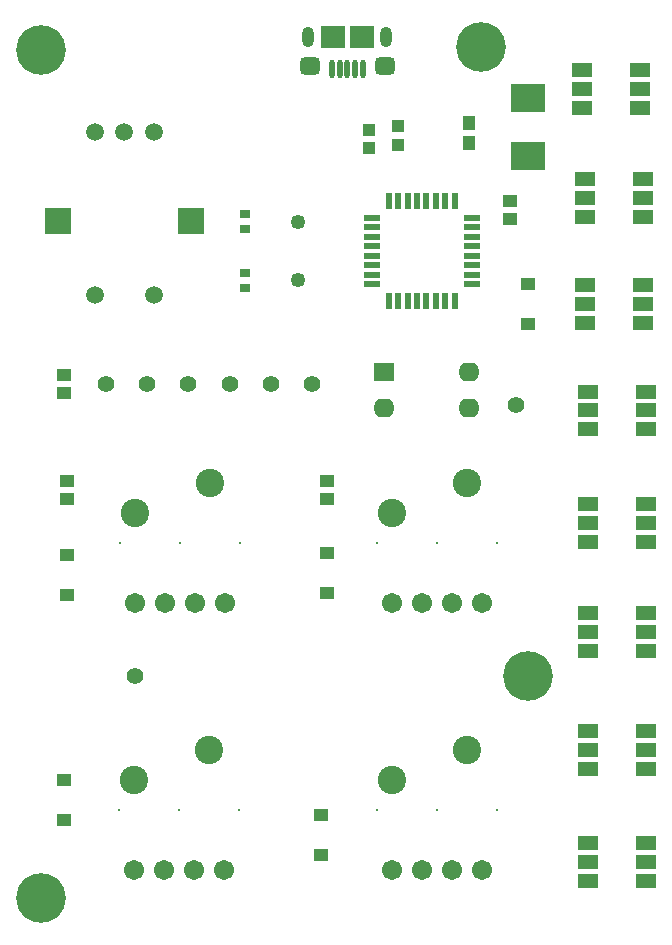
<source format=gts>
G04*
G04 #@! TF.GenerationSoftware,Altium Limited,Altium Designer,20.2.7 (254)*
G04*
G04 Layer_Color=8388736*
%FSLAX44Y44*%
%MOMM*%
G71*
G04*
G04 #@! TF.SameCoordinates,3DC96C9F-A8A8-42D8-A5AB-E266E3FEE33C*
G04*
G04*
G04 #@! TF.FilePolarity,Negative*
G04*
G01*
G75*
%ADD15R,0.8500X0.8000*%
%ADD29R,1.2438X1.1382*%
%ADD30R,1.0000X1.2000*%
%ADD31R,2.2098X2.3114*%
%ADD32R,0.5532X1.4032*%
%ADD33R,1.4032X0.5532*%
%ADD34R,1.8032X1.6032*%
%ADD35O,1.8032X1.6032*%
%ADD36R,1.7032X1.2032*%
%ADD37R,1.1832X1.0632*%
%ADD38R,1.1832X1.0732*%
%ADD39R,1.1332X1.0732*%
%ADD40O,0.4432X1.5532*%
%ADD41R,2.0032X1.9032*%
G04:AMPARAMS|DCode=42|XSize=1.7032mm|YSize=1.5032mm|CornerRadius=0.4266mm|HoleSize=0mm|Usage=FLASHONLY|Rotation=180.000|XOffset=0mm|YOffset=0mm|HoleType=Round|Shape=RoundedRectangle|*
%AMROUNDEDRECTD42*
21,1,1.7032,0.6500,0,0,180.0*
21,1,0.8500,1.5032,0,0,180.0*
1,1,0.8532,-0.4250,0.3250*
1,1,0.8532,0.4250,0.3250*
1,1,0.8532,0.4250,-0.3250*
1,1,0.8532,-0.4250,-0.3250*
%
%ADD42ROUNDEDRECTD42*%
%ADD43R,3.0032X2.3532*%
%ADD44C,1.2532*%
%ADD45C,1.7032*%
%ADD46C,2.4032*%
%ADD47C,0.2032*%
%ADD48C,1.4986*%
%ADD49O,1.0032X1.7032*%
%ADD50C,1.3970*%
%ADD51C,4.2032*%
D15*
X210000Y621000D02*
D03*
Y609000D02*
D03*
Y559000D02*
D03*
Y571000D02*
D03*
D29*
X275000Y112500D02*
D03*
Y78766D02*
D03*
X280000Y334367D02*
D03*
Y300633D02*
D03*
X57500Y141867D02*
D03*
Y108133D02*
D03*
X60000Y332500D02*
D03*
Y298766D02*
D03*
X450000Y528133D02*
D03*
Y561867D02*
D03*
D30*
X400000Y681750D02*
D03*
Y698250D02*
D03*
D31*
X52243Y615700D02*
D03*
X164257D02*
D03*
D32*
X332000Y632418D02*
D03*
X340000D02*
D03*
X348000D02*
D03*
X356000D02*
D03*
X364000D02*
D03*
X372000D02*
D03*
X380000D02*
D03*
X388000D02*
D03*
Y547582D02*
D03*
X380000D02*
D03*
X372000D02*
D03*
X364000D02*
D03*
X356000D02*
D03*
X348000D02*
D03*
X340000D02*
D03*
X332000D02*
D03*
D33*
X402418Y618000D02*
D03*
Y610000D02*
D03*
Y602000D02*
D03*
Y594000D02*
D03*
Y586000D02*
D03*
Y578000D02*
D03*
Y570000D02*
D03*
Y562000D02*
D03*
X317582D02*
D03*
Y570000D02*
D03*
Y578000D02*
D03*
Y586000D02*
D03*
Y594000D02*
D03*
Y602000D02*
D03*
Y610000D02*
D03*
Y618000D02*
D03*
D34*
X328000Y487500D02*
D03*
D35*
X400000Y457500D02*
D03*
Y487500D02*
D03*
X328000Y457500D02*
D03*
D36*
X500500Y88500D02*
D03*
Y72500D02*
D03*
Y56500D02*
D03*
X549500D02*
D03*
Y72500D02*
D03*
Y88500D02*
D03*
X500500Y183500D02*
D03*
Y167500D02*
D03*
Y151500D02*
D03*
X549500D02*
D03*
Y167500D02*
D03*
Y183500D02*
D03*
X500500Y283500D02*
D03*
Y267500D02*
D03*
Y251500D02*
D03*
X549500D02*
D03*
Y267500D02*
D03*
Y283500D02*
D03*
X501000Y376000D02*
D03*
Y360000D02*
D03*
Y344000D02*
D03*
X550000D02*
D03*
Y360000D02*
D03*
Y376000D02*
D03*
X501000Y471000D02*
D03*
Y455000D02*
D03*
Y439000D02*
D03*
X550000D02*
D03*
Y455000D02*
D03*
Y471000D02*
D03*
X498000Y561000D02*
D03*
Y545000D02*
D03*
Y529000D02*
D03*
X547000D02*
D03*
Y545000D02*
D03*
Y561000D02*
D03*
X498000Y651000D02*
D03*
Y635000D02*
D03*
Y619000D02*
D03*
X547000D02*
D03*
Y635000D02*
D03*
Y651000D02*
D03*
X495500Y743500D02*
D03*
Y727500D02*
D03*
Y711500D02*
D03*
X544500D02*
D03*
Y727500D02*
D03*
Y743500D02*
D03*
D37*
X57500Y485150D02*
D03*
Y469850D02*
D03*
X435000Y632650D02*
D03*
Y617350D02*
D03*
D38*
X280000Y379700D02*
D03*
Y395300D02*
D03*
X60000Y379700D02*
D03*
Y395300D02*
D03*
D39*
X340000Y695600D02*
D03*
Y680000D02*
D03*
X315000Y692800D02*
D03*
Y677200D02*
D03*
D40*
X284000Y744250D02*
D03*
X297000D02*
D03*
X303500D02*
D03*
X310000D02*
D03*
X290500D02*
D03*
D41*
X285000Y771000D02*
D03*
X309000D02*
D03*
D42*
X265000Y746500D02*
D03*
X329000D02*
D03*
D43*
X450000Y719550D02*
D03*
Y670450D02*
D03*
D44*
X255000Y614400D02*
D03*
Y565600D02*
D03*
D45*
X411200Y66300D02*
D03*
X335000D02*
D03*
X360400D02*
D03*
X385800D02*
D03*
X411400Y291700D02*
D03*
X335200D02*
D03*
X360600D02*
D03*
X386000D02*
D03*
X192700Y65900D02*
D03*
X116500D02*
D03*
X141900D02*
D03*
X167300D02*
D03*
X193100Y291700D02*
D03*
X116900D02*
D03*
X142300D02*
D03*
X167700D02*
D03*
D46*
X398500Y167900D02*
D03*
X335000Y142500D02*
D03*
X398700Y393300D02*
D03*
X335200Y367900D02*
D03*
X180000Y167500D02*
D03*
X116500Y142100D02*
D03*
X180400Y393300D02*
D03*
X116900Y367900D02*
D03*
D47*
X423900Y117100D02*
D03*
X373100D02*
D03*
X322300D02*
D03*
X424100Y342500D02*
D03*
X373300D02*
D03*
X322500D02*
D03*
X205400Y116700D02*
D03*
X154600D02*
D03*
X103800D02*
D03*
X205800Y342500D02*
D03*
X155000D02*
D03*
X104200D02*
D03*
D48*
X83250Y690630D02*
D03*
X108250D02*
D03*
X133250D02*
D03*
X83250Y553130D02*
D03*
X133250D02*
D03*
D49*
X264000Y771000D02*
D03*
X330000D02*
D03*
D50*
X92500Y477500D02*
D03*
X232500D02*
D03*
X197500D02*
D03*
X267500D02*
D03*
X162500D02*
D03*
X117500Y230000D02*
D03*
X440000Y460000D02*
D03*
X127500Y477500D02*
D03*
D51*
X450000Y230000D02*
D03*
X37500Y42500D02*
D03*
X410000Y762500D02*
D03*
X37500Y760000D02*
D03*
M02*

</source>
